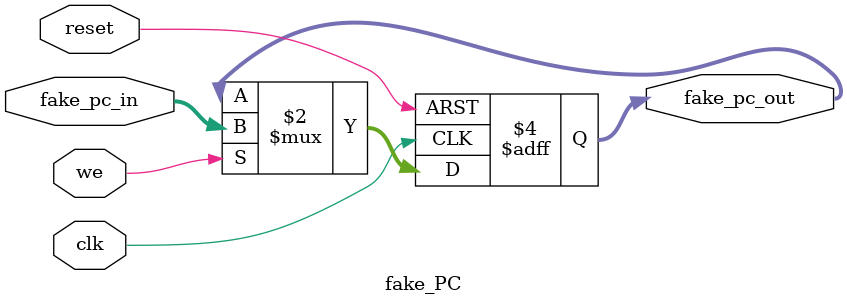
<source format=v>
module fake_PC (
    input wire clk,
    input wire we,
    input wire[31:0] fake_pc_in,
    input wire reset,

    output reg[31:0] fake_pc_out
);
    
    always @(posedge clk or posedge reset) begin
        if (reset) begin
            fake_pc_out <= 32'h00000000;
        end
        else if (we) begin
            fake_pc_out <= fake_pc_in;
        end
    end
endmodule
</source>
